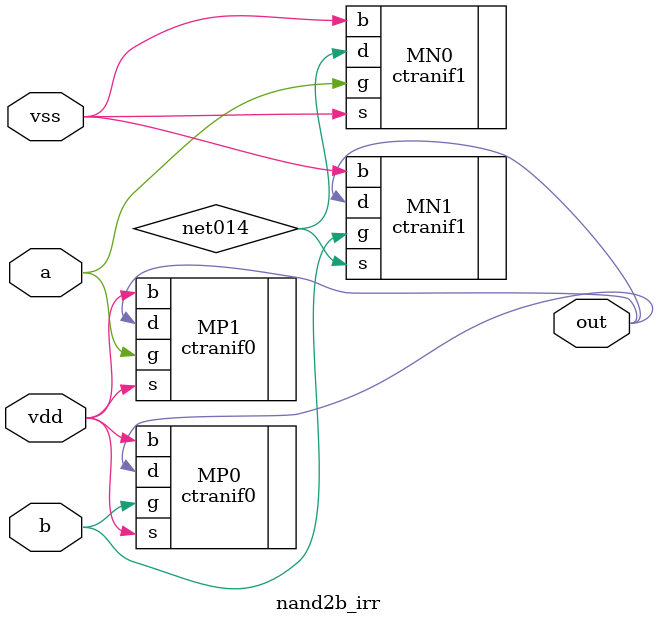
<source format=sv>

`timescale 1ns / 1ns 

module nand2b_irr ( out, a, b, vdd, vss );

output  out;

input  a, b, vdd, vss;


specify 
    specparam CDS_LIBNAME  = "MIPS25";
    specparam CDS_CELLNAME = "nand2b_irr";
    specparam CDS_VIEWNAME = "schematic";
endspecify

ctranif1  MN0 ( .b(vss), .d(net014), .g(a), .s(vss));
ctranif1  MN1 ( .b(vss), .d(out), .g(b), .s(net014));
ctranif0  MP0 ( .b(vdd), .s(vdd), .g(b), .d(out));
ctranif0  MP1 ( .b(vdd), .s(vdd), .g(a), .d(out));

endmodule

</source>
